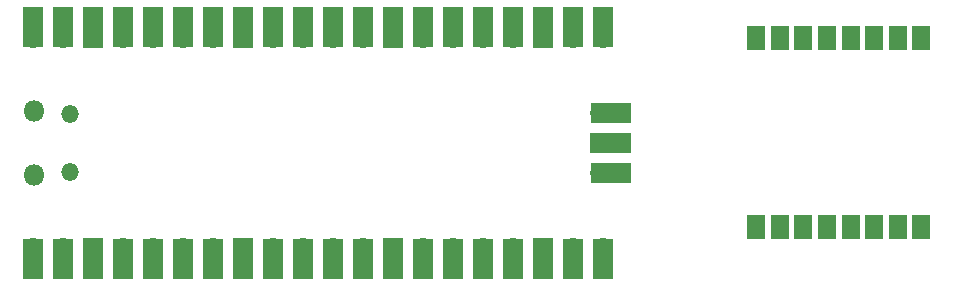
<source format=gbr>
%TF.GenerationSoftware,KiCad,Pcbnew,8.0.6*%
%TF.CreationDate,2025-05-31T15:30:40+01:00*%
%TF.ProjectId,Leo_Ground,4c656f5f-4772-46f7-956e-642e6b696361,rev?*%
%TF.SameCoordinates,Original*%
%TF.FileFunction,Soldermask,Top*%
%TF.FilePolarity,Negative*%
%FSLAX46Y46*%
G04 Gerber Fmt 4.6, Leading zero omitted, Abs format (unit mm)*
G04 Created by KiCad (PCBNEW 8.0.6) date 2025-05-31 15:30:40*
%MOMM*%
%LPD*%
G01*
G04 APERTURE LIST*
%ADD10R,1.500000X2.000000*%
%ADD11O,1.800000X1.800000*%
%ADD12O,1.500000X1.500000*%
%ADD13O,1.700000X1.700000*%
%ADD14R,1.700000X3.500000*%
%ADD15R,1.700000X1.700000*%
%ADD16R,3.500000X1.700000*%
G04 APERTURE END LIST*
D10*
%TO.C,U2*%
X195000000Y-102000000D03*
X193000000Y-102000000D03*
X191000000Y-102000000D03*
X189000000Y-102000000D03*
X187000000Y-102000000D03*
X185000000Y-102000000D03*
X183000000Y-102000000D03*
X181000000Y-102000000D03*
X181000000Y-86000000D03*
X183000000Y-86000000D03*
X185000000Y-86000000D03*
X187000000Y-86000000D03*
X189000000Y-86000000D03*
X191000000Y-86000000D03*
X193000000Y-86000000D03*
X195000000Y-86000000D03*
%TD*%
D11*
%TO.C,U1*%
X119890000Y-97615000D03*
D12*
X122920000Y-97315000D03*
X122920000Y-92465000D03*
D11*
X119890000Y-92165000D03*
D13*
X119760000Y-103780000D03*
D14*
X119760000Y-104680000D03*
D13*
X122300000Y-103780000D03*
D14*
X122300000Y-104680000D03*
D15*
X124840000Y-103780000D03*
D14*
X124840000Y-104680000D03*
D13*
X127380000Y-103780000D03*
D14*
X127380000Y-104680000D03*
D13*
X129920000Y-103780000D03*
D14*
X129920000Y-104680000D03*
D13*
X132460000Y-103780000D03*
D14*
X132460000Y-104680000D03*
D13*
X135000000Y-103780000D03*
D14*
X135000000Y-104680000D03*
D15*
X137540000Y-103780000D03*
D14*
X137540000Y-104680000D03*
D13*
X140080000Y-103780000D03*
D14*
X140080000Y-104680000D03*
D13*
X142620000Y-103780000D03*
D14*
X142620000Y-104680000D03*
D13*
X145160000Y-103780000D03*
D14*
X145160000Y-104680000D03*
D13*
X147700000Y-103780000D03*
D14*
X147700000Y-104680000D03*
D15*
X150240000Y-103780000D03*
D14*
X150240000Y-104680000D03*
D13*
X152780000Y-103780000D03*
D14*
X152780000Y-104680000D03*
D13*
X155320000Y-103780000D03*
D14*
X155320000Y-104680000D03*
D13*
X157860000Y-103780000D03*
D14*
X157860000Y-104680000D03*
D13*
X160400000Y-103780000D03*
D14*
X160400000Y-104680000D03*
D15*
X162940000Y-103780000D03*
D14*
X162940000Y-104680000D03*
D13*
X165480000Y-103780000D03*
D14*
X165480000Y-104680000D03*
D13*
X168020000Y-103780000D03*
D14*
X168020000Y-104680000D03*
D13*
X168020000Y-86000000D03*
D14*
X168020000Y-85100000D03*
D13*
X165480000Y-86000000D03*
D14*
X165480000Y-85100000D03*
D15*
X162940000Y-86000000D03*
D14*
X162940000Y-85100000D03*
D13*
X160400000Y-86000000D03*
D14*
X160400000Y-85100000D03*
D13*
X157860000Y-86000000D03*
D14*
X157860000Y-85100000D03*
D13*
X155320000Y-86000000D03*
D14*
X155320000Y-85100000D03*
D13*
X152780000Y-86000000D03*
D14*
X152780000Y-85100000D03*
D15*
X150240000Y-86000000D03*
D14*
X150240000Y-85100000D03*
D13*
X147700000Y-86000000D03*
D14*
X147700000Y-85100000D03*
D13*
X145160000Y-86000000D03*
D14*
X145160000Y-85100000D03*
D13*
X142620000Y-86000000D03*
D14*
X142620000Y-85100000D03*
D13*
X140080000Y-86000000D03*
D14*
X140080000Y-85100000D03*
D15*
X137540000Y-86000000D03*
D14*
X137540000Y-85100000D03*
D13*
X135000000Y-86000000D03*
D14*
X135000000Y-85100000D03*
D13*
X132460000Y-86000000D03*
D14*
X132460000Y-85100000D03*
D13*
X129920000Y-86000000D03*
D14*
X129920000Y-85100000D03*
D13*
X127380000Y-86000000D03*
D14*
X127380000Y-85100000D03*
D15*
X124840000Y-86000000D03*
D14*
X124840000Y-85100000D03*
D13*
X122300000Y-86000000D03*
D14*
X122300000Y-85100000D03*
D13*
X119760000Y-86000000D03*
D14*
X119760000Y-85100000D03*
D13*
X167790000Y-97430000D03*
D16*
X168690000Y-97430000D03*
D15*
X167790000Y-94890000D03*
D16*
X168690000Y-94890000D03*
D13*
X167790000Y-92350000D03*
D16*
X168690000Y-92350000D03*
%TD*%
M02*

</source>
